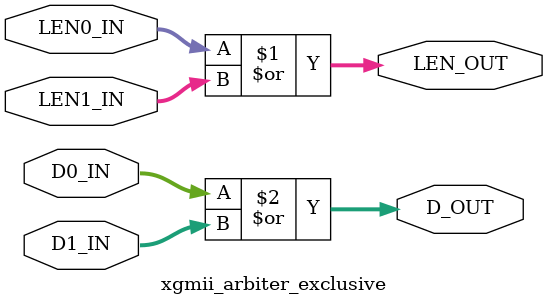
<source format=v>



module xgmii_arbiter_exclusive(
input [3:0] LEN0_IN,
input [63:0] D0_IN,
input [3:0] LEN1_IN,
input [63:0] D1_IN,
output [3:0] LEN_OUT,
output [63:0] D_OUT
);

assign LEN_OUT = LEN0_IN | LEN1_IN;
assign D_OUT = D0_IN | D1_IN;

endmodule

</source>
